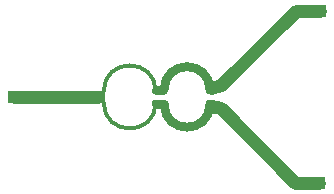
<source format=gbr>
%TF.GenerationSoftware,KiCad,Pcbnew,9.0.4*%
%TF.CreationDate,2025-10-05T12:45:14-07:00*%
%TF.ProjectId,Wilkinson PD,57696c6b-696e-4736-9f6e-2050442e6b69,rev?*%
%TF.SameCoordinates,Original*%
%TF.FileFunction,Copper,L1,Top*%
%TF.FilePolarity,Positive*%
%FSLAX46Y46*%
G04 Gerber Fmt 4.6, Leading zero omitted, Abs format (unit mm)*
G04 Created by KiCad (PCBNEW 9.0.4) date 2025-10-05 12:45:14*
%MOMM*%
%LPD*%
G01*
G04 APERTURE LIST*
G04 Aperture macros list*
%AMRoundRect*
0 Rectangle with rounded corners*
0 $1 Rounding radius*
0 $2 $3 $4 $5 $6 $7 $8 $9 X,Y pos of 4 corners*
0 Add a 4 corners polygon primitive as box body*
4,1,4,$2,$3,$4,$5,$6,$7,$8,$9,$2,$3,0*
0 Add four circle primitives for the rounded corners*
1,1,$1+$1,$2,$3*
1,1,$1+$1,$4,$5*
1,1,$1+$1,$6,$7*
1,1,$1+$1,$8,$9*
0 Add four rect primitives between the rounded corners*
20,1,$1+$1,$2,$3,$4,$5,0*
20,1,$1+$1,$4,$5,$6,$7,0*
20,1,$1+$1,$6,$7,$8,$9,0*
20,1,$1+$1,$8,$9,$2,$3,0*%
G04 Aperture macros list end*
%TA.AperFunction,EtchedComponent*%
%ADD10C,0.728980*%
%TD*%
%TA.AperFunction,EtchedComponent*%
%ADD11C,1.066800*%
%TD*%
%TA.AperFunction,EtchedComponent*%
%ADD12C,0.367792*%
%TD*%
%TA.AperFunction,EtchedComponent*%
%ADD13C,0.774192*%
%TD*%
%TA.AperFunction,SMDPad,CuDef*%
%ADD14R,1.066800X1.066800*%
%TD*%
%TA.AperFunction,SMDPad,CuDef*%
%ADD15C,1.066800*%
%TD*%
%TA.AperFunction,SMDPad,CuDef*%
%ADD16RoundRect,0.135001X-0.185039X-0.135001X0.185039X-0.135001X0.185039X0.135001X-0.185039X0.135001X0*%
%TD*%
%TA.AperFunction,SMDPad,CuDef*%
%ADD17R,1.064260X1.064260*%
%TD*%
%TA.AperFunction,Conductor*%
%ADD18C,1.066800*%
%TD*%
G04 APERTURE END LIST*
D10*
%TO.C,WPD1*%
X161482334Y-78511800D02*
X162065264Y-78511800D01*
X161484244Y-77289660D02*
X162021454Y-77299820D01*
D11*
X166101914Y-78675280D02*
X166922334Y-78868320D01*
X166132124Y-77118320D02*
X166952544Y-76925280D01*
D12*
X157015434Y-77444600D02*
G75*
G02*
X161442334Y-77444600I2213450J0D01*
G01*
X161442334Y-78359000D02*
G75*
G02*
X157015434Y-78359000I-2213450J0D01*
G01*
D13*
X162149470Y-77274674D02*
G75*
G02*
X166012032Y-77274674I1931281J0D01*
G01*
X166012033Y-78528926D02*
G75*
G02*
X162149469Y-78528926I-1931282J0D01*
G01*
%TD*%
D14*
%TO.P,WPD1,1,In*%
%TO.N,Net-(U3-port1)*%
X156667200Y-77901800D03*
D15*
%TO.P,WPD1,2,PD1*%
%TO.N,Net-(U2-port2)*%
X166928734Y-76936600D03*
%TO.P,WPD1,3,PD2*%
%TO.N,Net-(U1-port3)*%
X166928734Y-78867000D03*
D16*
%TO.P,WPD1,4,R1*%
%TO.N,unconnected-(WPD1-R1-Pad4)*%
X161442334Y-77391768D03*
%TO.P,WPD1,5,R1*%
%TO.N,unconnected-(WPD1-R1-Pad5)*%
X161442334Y-78411832D03*
%TO.P,WPD1,6,R2*%
%TO.N,unconnected-(WPD1-R2-Pad6)*%
X166012033Y-77391768D03*
%TO.P,WPD1,7,R2*%
%TO.N,unconnected-(WPD1-R2-Pad7)*%
X166012033Y-78411832D03*
%TD*%
D17*
%TO.P,U2,1,port2*%
%TO.N,Net-(U2-port2)*%
X175309144Y-70600680D03*
%TD*%
%TO.P,U3,1,port1*%
%TO.N,Net-(U3-port1)*%
X149453600Y-77901800D03*
%TD*%
%TO.P,U1,1,port3*%
%TO.N,Net-(U1-port3)*%
X175278934Y-85192920D03*
%TD*%
D18*
%TO.N,Net-(U1-port3)*%
X166922334Y-78868320D02*
X173246934Y-85192920D01*
X173246934Y-85192920D02*
X175278934Y-85192920D01*
%TO.N,Net-(U2-port2)*%
X166952544Y-76925280D02*
X173277144Y-70600680D01*
X173277144Y-70600680D02*
X175309144Y-70600680D01*
%TO.N,Net-(U3-port1)*%
X156565666Y-77901800D02*
X149453600Y-77901800D01*
%TD*%
M02*

</source>
